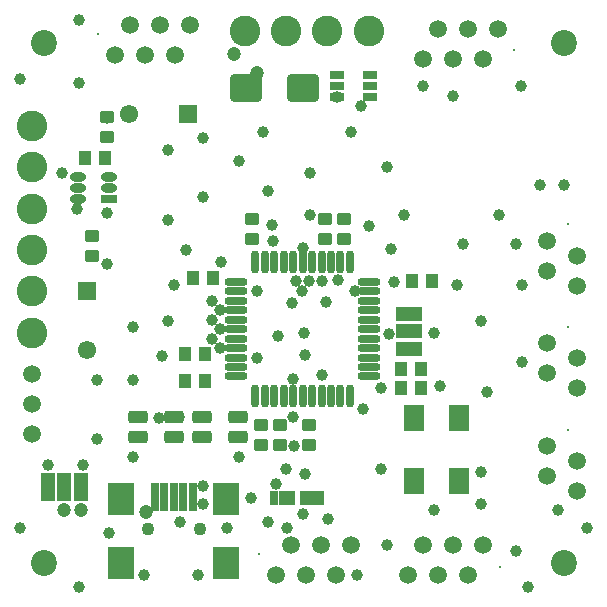
<source format=gts>
G04 Layer_Color=8388736*
%FSLAX24Y24*%
%MOIN*%
G70*
G01*
G75*
%ADD38C,0.0394*%
%ADD52R,0.0276X0.0472*%
%ADD53R,0.0492X0.0315*%
G04:AMPARAMS|DCode=54|XSize=106.3mil|YSize=94.5mil|CornerRadius=14.8mil|HoleSize=0mil|Usage=FLASHONLY|Rotation=0.000|XOffset=0mil|YOffset=0mil|HoleType=Round|Shape=RoundedRectangle|*
%AMROUNDEDRECTD54*
21,1,0.1063,0.0650,0,0,0.0*
21,1,0.0768,0.0945,0,0,0.0*
1,1,0.0295,0.0384,-0.0325*
1,1,0.0295,-0.0384,-0.0325*
1,1,0.0295,-0.0384,0.0325*
1,1,0.0295,0.0384,0.0325*
%
%ADD54ROUNDEDRECTD54*%
G04:AMPARAMS|DCode=55|XSize=66.9mil|YSize=43.3mil|CornerRadius=12.8mil|HoleSize=0mil|Usage=FLASHONLY|Rotation=180.000|XOffset=0mil|YOffset=0mil|HoleType=Round|Shape=RoundedRectangle|*
%AMROUNDEDRECTD55*
21,1,0.0669,0.0177,0,0,180.0*
21,1,0.0413,0.0433,0,0,180.0*
1,1,0.0256,-0.0207,0.0089*
1,1,0.0256,0.0207,0.0089*
1,1,0.0256,0.0207,-0.0089*
1,1,0.0256,-0.0207,-0.0089*
%
%ADD55ROUNDEDRECTD55*%
%ADD56R,0.0472X0.0472*%
G04:AMPARAMS|DCode=57|XSize=47.2mil|YSize=43.3mil|CornerRadius=8.4mil|HoleSize=0mil|Usage=FLASHONLY|Rotation=0.000|XOffset=0mil|YOffset=0mil|HoleType=Round|Shape=RoundedRectangle|*
%AMROUNDEDRECTD57*
21,1,0.0472,0.0266,0,0,0.0*
21,1,0.0305,0.0433,0,0,0.0*
1,1,0.0167,0.0153,-0.0133*
1,1,0.0167,-0.0153,-0.0133*
1,1,0.0167,-0.0153,0.0133*
1,1,0.0167,0.0153,0.0133*
%
%ADD57ROUNDEDRECTD57*%
G04:AMPARAMS|DCode=58|XSize=47.2mil|YSize=43.3mil|CornerRadius=8.4mil|HoleSize=0mil|Usage=FLASHONLY|Rotation=270.000|XOffset=0mil|YOffset=0mil|HoleType=Round|Shape=RoundedRectangle|*
%AMROUNDEDRECTD58*
21,1,0.0472,0.0266,0,0,270.0*
21,1,0.0305,0.0433,0,0,270.0*
1,1,0.0167,-0.0133,-0.0153*
1,1,0.0167,-0.0133,0.0153*
1,1,0.0167,0.0133,0.0153*
1,1,0.0167,0.0133,-0.0153*
%
%ADD58ROUNDEDRECTD58*%
%ADD59R,0.0866X0.1063*%
%ADD60R,0.0276X0.0965*%
%ADD61R,0.0709X0.0866*%
%ADD62O,0.0295X0.0768*%
%ADD63O,0.0768X0.0295*%
%ADD64O,0.0551X0.0315*%
%ADD65R,0.0551X0.0315*%
%ADD66R,0.0866X0.0472*%
%ADD67C,0.0591*%
%ADD68C,0.0079*%
%ADD69C,0.1024*%
%ADD70R,0.0610X0.0610*%
%ADD71C,0.0610*%
%ADD72R,0.0610X0.0610*%
%ADD73C,0.0433*%
%ADD74C,0.0866*%
%ADD75C,0.0472*%
D38*
X8268Y8031D02*
D03*
X10433Y7441D02*
D03*
X9488Y7323D02*
D03*
X12677Y8819D02*
D03*
X3268Y16024D02*
D03*
X2362Y17165D02*
D03*
X9528Y5079D02*
D03*
X9488Y6063D02*
D03*
X15748Y3150D02*
D03*
Y4213D02*
D03*
X16339Y12795D02*
D03*
X17717Y13780D02*
D03*
X18504D02*
D03*
X14961Y10433D02*
D03*
X15157Y11811D02*
D03*
X16929D02*
D03*
X17126Y10433D02*
D03*
X15748Y9252D02*
D03*
X17126Y7874D02*
D03*
X14370Y7087D02*
D03*
X9843Y8858D02*
D03*
X9882Y8110D02*
D03*
X8976Y8740D02*
D03*
X9449Y9843D02*
D03*
X8268Y10236D02*
D03*
X5315Y9252D02*
D03*
X5118Y8071D02*
D03*
X4134Y7283D02*
D03*
Y9055D02*
D03*
X2480Y4449D02*
D03*
X1299D02*
D03*
X2953Y5315D02*
D03*
Y7283D02*
D03*
X5315Y14961D02*
D03*
Y12598D02*
D03*
X6496Y13386D02*
D03*
X12008Y12402D02*
D03*
X11417Y15551D02*
D03*
X12598Y14370D02*
D03*
X13189Y12795D02*
D03*
X10039D02*
D03*
Y14173D02*
D03*
X8465Y15551D02*
D03*
X7677Y14567D02*
D03*
X8661Y13583D02*
D03*
X5512Y10433D02*
D03*
X7087Y11220D02*
D03*
X5906Y11614D02*
D03*
X6496Y15354D02*
D03*
X394Y17323D02*
D03*
X2362Y19291D02*
D03*
X394Y2362D02*
D03*
X2362Y394D02*
D03*
X7677Y4724D02*
D03*
X4134D02*
D03*
X3346Y2165D02*
D03*
X4528Y787D02*
D03*
X6299D02*
D03*
X7283Y2362D02*
D03*
X8071Y3346D02*
D03*
X5709Y2559D02*
D03*
X6496Y3150D02*
D03*
Y3740D02*
D03*
X8661Y2559D02*
D03*
X9252Y4331D02*
D03*
X11614Y787D02*
D03*
X12598Y1772D02*
D03*
X12402Y4331D02*
D03*
X14173Y2953D02*
D03*
X16929Y1575D02*
D03*
X18307Y2953D02*
D03*
X17323Y394D02*
D03*
X19291Y2362D02*
D03*
X15945Y6890D02*
D03*
X14173Y8858D02*
D03*
X11811Y6299D02*
D03*
X8780Y12441D02*
D03*
X9803Y11693D02*
D03*
X9567Y10591D02*
D03*
X10000D02*
D03*
X10433D02*
D03*
X10591Y9882D02*
D03*
X11181Y11988D02*
D03*
X9291Y2362D02*
D03*
X7657Y5374D02*
D03*
X6299Y6043D02*
D03*
X5000Y6024D02*
D03*
X9783Y10250D02*
D03*
X12421Y7008D02*
D03*
X12756Y11654D02*
D03*
X8819Y11929D02*
D03*
X10970Y10616D02*
D03*
X12835Y10551D02*
D03*
X10935Y16713D02*
D03*
X14803Y16732D02*
D03*
X11760Y16415D02*
D03*
X13799Y17087D02*
D03*
X17067D02*
D03*
X10650Y2638D02*
D03*
X9882Y4134D02*
D03*
X8898Y3819D02*
D03*
X9803Y2815D02*
D03*
X11535Y10236D02*
D03*
X7559Y6043D02*
D03*
X5669D02*
D03*
X4409Y6043D02*
D03*
X6772Y9291D02*
D03*
X6772Y8661D02*
D03*
X7047Y9606D02*
D03*
X7047Y8976D02*
D03*
X6772Y9921D02*
D03*
X7047Y8346D02*
D03*
X1768Y14177D02*
D03*
X3209Y14665D02*
D03*
X3268Y12835D02*
D03*
X3272Y11146D02*
D03*
X2272Y12992D02*
D03*
D52*
X9409Y3346D02*
D03*
X8858D02*
D03*
X9134D02*
D03*
X10394D02*
D03*
X9843D02*
D03*
X10118D02*
D03*
D53*
X10935Y17087D02*
D03*
Y17461D02*
D03*
Y16713D02*
D03*
X12057D02*
D03*
Y17461D02*
D03*
Y17087D02*
D03*
D54*
X7913Y17008D02*
D03*
X9803D02*
D03*
D55*
X6437Y5374D02*
D03*
X7657D02*
D03*
X6437Y6043D02*
D03*
X7657D02*
D03*
X5531D02*
D03*
Y5374D02*
D03*
X4311Y6043D02*
D03*
Y5374D02*
D03*
D56*
X1850Y3937D02*
D03*
Y3465D02*
D03*
X1299Y3937D02*
D03*
Y3465D02*
D03*
X2402Y3937D02*
D03*
Y3465D02*
D03*
D57*
X10551Y12657D02*
D03*
Y11988D02*
D03*
X11181Y11988D02*
D03*
Y12657D02*
D03*
X10000Y5098D02*
D03*
Y5768D02*
D03*
X3268Y16043D02*
D03*
Y15374D02*
D03*
X2795Y11398D02*
D03*
Y12067D02*
D03*
X8425Y5098D02*
D03*
Y5768D02*
D03*
X9055Y5098D02*
D03*
Y5768D02*
D03*
X8110Y11988D02*
D03*
Y12657D02*
D03*
D58*
X14114Y10591D02*
D03*
X13445D02*
D03*
X13760Y7638D02*
D03*
X13091D02*
D03*
X6831Y10669D02*
D03*
X6161D02*
D03*
X5886Y7244D02*
D03*
X6555D02*
D03*
X5886Y8152D02*
D03*
X6555D02*
D03*
X13091Y7008D02*
D03*
X13760D02*
D03*
X3209Y14685D02*
D03*
X2539D02*
D03*
D59*
X3760Y1181D02*
D03*
X7264D02*
D03*
Y3327D02*
D03*
X3760D02*
D03*
D60*
X6142Y3376D02*
D03*
X5827D02*
D03*
X5512D02*
D03*
X5197D02*
D03*
X4882D02*
D03*
D61*
X15000Y3898D02*
D03*
Y6024D02*
D03*
X13504Y3898D02*
D03*
Y6024D02*
D03*
D62*
X10748Y6752D02*
D03*
X11378D02*
D03*
X11063D02*
D03*
X10433D02*
D03*
X9488D02*
D03*
X9173D02*
D03*
X10118D02*
D03*
X9803D02*
D03*
X8858D02*
D03*
X8543D02*
D03*
X8228D02*
D03*
X10748Y11201D02*
D03*
X10433D02*
D03*
X11378D02*
D03*
X11063D02*
D03*
X10118D02*
D03*
X9173D02*
D03*
X8858D02*
D03*
X9803D02*
D03*
X9488D02*
D03*
X8543D02*
D03*
X8228D02*
D03*
D63*
X12028Y8346D02*
D03*
Y8031D02*
D03*
Y7717D02*
D03*
Y7402D02*
D03*
X7579D02*
D03*
Y8031D02*
D03*
Y7717D02*
D03*
X12028Y9921D02*
D03*
Y10551D02*
D03*
Y10236D02*
D03*
Y8976D02*
D03*
Y8661D02*
D03*
Y9606D02*
D03*
Y9291D02*
D03*
X7579Y8661D02*
D03*
Y8346D02*
D03*
Y9291D02*
D03*
Y8976D02*
D03*
Y9921D02*
D03*
Y9606D02*
D03*
Y10551D02*
D03*
Y10236D02*
D03*
D64*
X3346Y14055D02*
D03*
Y13681D02*
D03*
X2315Y13307D02*
D03*
Y14055D02*
D03*
Y13681D02*
D03*
D65*
X3346Y13307D02*
D03*
D66*
X13346Y8307D02*
D03*
Y9488D02*
D03*
Y8898D02*
D03*
D67*
X17953Y8504D02*
D03*
X18953Y8004D02*
D03*
X17953Y7504D02*
D03*
X18953Y7004D02*
D03*
X9898Y787D02*
D03*
X8898D02*
D03*
X11398Y1787D02*
D03*
X10898Y787D02*
D03*
X10398Y1787D02*
D03*
X9398D02*
D03*
X787Y7480D02*
D03*
Y5480D02*
D03*
Y6480D02*
D03*
X17953Y5079D02*
D03*
X18953Y3579D02*
D03*
X17953Y4079D02*
D03*
X18953Y4579D02*
D03*
X5543Y18110D02*
D03*
X4543D02*
D03*
X6043Y19110D02*
D03*
X5043D02*
D03*
X3543Y18110D02*
D03*
X4043Y19110D02*
D03*
X17953Y11929D02*
D03*
X18953Y10429D02*
D03*
X17953Y10929D02*
D03*
X18953Y11429D02*
D03*
X14299Y18976D02*
D03*
X15299D02*
D03*
X13799Y17976D02*
D03*
X14799D02*
D03*
X16299Y18976D02*
D03*
X15799Y17976D02*
D03*
X13827Y1772D02*
D03*
X14827D02*
D03*
X13327Y772D02*
D03*
X14327D02*
D03*
X15827Y1772D02*
D03*
X15327Y772D02*
D03*
D68*
X18661Y9055D02*
D03*
X8346Y1496D02*
D03*
X18661Y5630D02*
D03*
X2992Y18819D02*
D03*
X18661Y12480D02*
D03*
X16850Y18268D02*
D03*
X16378Y1063D02*
D03*
D69*
X787Y12992D02*
D03*
X10630Y18898D02*
D03*
X9252D02*
D03*
X7874D02*
D03*
X12008D02*
D03*
X787Y11614D02*
D03*
Y14370D02*
D03*
Y15748D02*
D03*
X787Y8858D02*
D03*
Y10236D02*
D03*
D70*
X5984Y16142D02*
D03*
D71*
X4016Y16142D02*
D03*
X2598Y8268D02*
D03*
D72*
X2598Y10236D02*
D03*
D73*
X6378Y2323D02*
D03*
X4646D02*
D03*
D74*
X1181Y18504D02*
D03*
X18504D02*
D03*
Y1181D02*
D03*
X1181D02*
D03*
D75*
X7520Y18150D02*
D03*
X2402Y2953D02*
D03*
X8268Y17520D02*
D03*
X7677Y16929D02*
D03*
X4567Y2874D02*
D03*
X1850Y2953D02*
D03*
M02*

</source>
